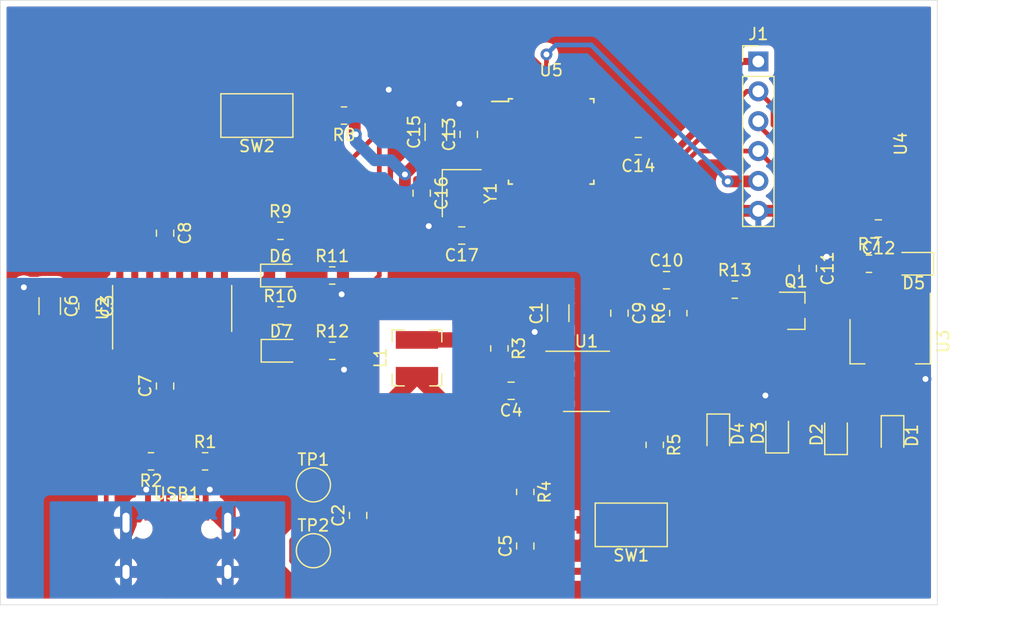
<source format=kicad_pcb>
(kicad_pcb (version 20171130) (host pcbnew "(5.1.9)-1")
  (layers (0 F.Cu signal) (31 B.Cu signal) (34 B.Paste user) (35 F.Paste user) (36 B.SilkS user) (37 F.SilkS user) (38 B.Mask user) (39 F.Mask user) (44 Edge.Cuts user))
  (net 0 "")
  (net 1 GND)
  (net 2 +5V)
  (net 3 +BATT)
  (net 4 "Net-(C4-Pad2)")
  (net 5 "Net-(C5-Pad2)")
  (net 6 "Net-(C7-Pad2)")
  (net 7 "Net-(C8-Pad2)")
  (net 8 /Reset)
  (net 9 VCC)
  (net 10 "Net-(C10-Pad2)")
  (net 11 +3V3)
  (net 12 "Net-(C14-Pad2)")
  (net 13 "Net-(C16-Pad1)")
  (net 14 "Net-(C17-Pad1)")
  (net 15 "Net-(D1-Pad2)")
  (net 16 /LED1)
  (net 17 /LED2)
  (net 18 "Net-(D5-Pad2)")
  (net 19 /CC2)
  (net 20 /CC1)
  (net 21 "Net-(L1-Pad1)")
  (net 22 "Net-(R5-Pad2)")
  (net 23 "Net-(R5-Pad1)")
  (net 24 "Net-(R9-Pad2)")
  (net 25 /TX)
  (net 26 "Net-(R10-Pad2)")
  (net 27 /RX)
  (net 28 "Net-(U2-Pad15)")
  (net 29 "Net-(U2-Pad14)")
  (net 30 "Net-(U2-Pad12)")
  (net 31 "Net-(U2-Pad11)")
  (net 32 "Net-(U2-Pad10)")
  (net 33 "Net-(U2-Pad9)")
  (net 34 "Net-(U2-Pad8)")
  (net 35 "Net-(U2-Pad7)")
  (net 36 "Net-(U2-Pad6)")
  (net 37 "Net-(U2-Pad5)")
  (net 38 "Net-(U4-Pad8)")
  (net 39 /MISO)
  (net 40 /MOSI)
  (net 41 /SCK)
  (net 42 /CSN)
  (net 43 /CE)
  (net 44 "Net-(U5-Pad32)")
  (net 45 "Net-(U5-Pad28)")
  (net 46 "Net-(U5-Pad27)")
  (net 47 "Net-(U5-Pad26)")
  (net 48 "Net-(U5-Pad25)")
  (net 49 "Net-(U5-Pad24)")
  (net 50 "Net-(U5-Pad23)")
  (net 51 "Net-(U5-Pad22)")
  (net 52 "Net-(U5-Pad19)")
  (net 53 "Net-(U5-Pad14)")
  (net 54 "Net-(U5-Pad13)")
  (net 55 "Net-(U5-Pad10)")
  (net 56 "Net-(U5-Pad9)")
  (net 57 "Net-(U5-Pad2)")
  (net 58 "Net-(U5-Pad1)")
  (net 59 "Net-(USB1-Pad3)")
  (net 60 "Net-(USB1-Pad9)")
  (net 61 "Net-(D6-Pad2)")
  (net 62 "Net-(D7-Pad2)")
  (net 63 "Net-(Q1-Pad1)")
  (module Resistor_SMD:R_0805_2012Metric (layer F.Cu) (at 173.2 101)
    (fp_text reference R13 (at 0 -1.65) (layer F.SilkS))
    (fp_text value 10k)
    (pad 2 smd roundrect (at 0.9125 0) (size 1.025 1.4) (layers F.Cu F.Paste F.Mask) (roundrect_rratio 0.2439004878048781) (net 63 "Net-(Q1-Pad1)"))
    (pad 1 smd roundrect (at -0.9125 0) (size 1.025 1.4) (layers F.Cu F.Paste F.Mask) (roundrect_rratio 0.2439004878048781) (net 9 VCC))
  )
  (module Resistor_SMD:R_0805_2012Metric (layer F.Cu) (at 139 106.2)
    (fp_text reference R12 (at 0 -1.65) (layer F.SilkS))
    (fp_text value 1k)
    (pad 2 smd roundrect (at 0.9125 0) (size 1.025 1.4) (layers F.Cu F.Paste F.Mask) (roundrect_rratio 0.2439004878048781) (net 2 +5V))
    (pad 1 smd roundrect (at -0.9125 0) (size 1.025 1.4) (layers F.Cu F.Paste F.Mask) (roundrect_rratio 0.2439004878048781) (net 62 "Net-(D7-Pad2)"))
  )
  (module Resistor_SMD:R_0805_2012Metric (layer F.Cu) (at 139 99.8)
    (fp_text reference R11 (at 0 -1.65) (layer F.SilkS))
    (fp_text value 1k)
    (pad 2 smd roundrect (at 0.9125 0) (size 1.025 1.4) (layers F.Cu F.Paste F.Mask) (roundrect_rratio 0.2439004878048781) (net 2 +5V))
    (pad 1 smd roundrect (at -0.9125 0) (size 1.025 1.4) (layers F.Cu F.Paste F.Mask) (roundrect_rratio 0.2439004878048781) (net 61 "Net-(D6-Pad2)"))
  )
  (module LED_SMD:LED_0805_2012Metric (layer F.Cu) (at 134.65 106.2)
    (fp_text reference D7 (at 0 -1.65) (layer F.SilkS))
    (fp_text value LED)
    (pad 2 smd roundrect (at 0.9375 0) (size 0.975 1.4) (layers F.Cu F.Paste F.Mask) (net 62 "Net-(D7-Pad2)"))
    (pad 1 smd roundrect (at -0.9375 0) (size 0.975 1.4) (layers F.Cu F.Paste F.Mask) (net 27 /RX))
  )
  (module LED_SMD:LED_0805_2012Metric (layer F.Cu) (at 134.6 99.8)
    (fp_text reference D6 (at 0 -1.65) (layer F.SilkS))
    (fp_text value LED)
    (pad 2 smd roundrect (at 0.9375 0) (size 0.975 1.4) (layers F.Cu F.Paste F.Mask) (net 61 "Net-(D6-Pad2)"))
    (pad 1 smd roundrect (at -0.9375 0) (size 0.975 1.4) (layers F.Cu F.Paste F.Mask) (net 25 /TX))
  )
  (module Inductor_SMD:L_Bourns-SRN4018 (layer F.Cu) (at 146.2 106.8 270)
    (fp_text reference L1 (at 0 3.1 90) (layer F.SilkS))
    (fp_text value L)
    (pad 2 smd rect (at 1.525 0 270) (size 1.5 3.6) (layers F.Cu F.Paste F.Mask) (net 3 +BATT))
    (pad 1 smd rect (at -1.525 0 270) (size 1.5 3.6) (layers F.Cu F.Paste F.Mask) (net 21 "Net-(L1-Pad1)"))
  )
  (module Crystal:Crystal_SMD_3225-4Pin_3.2x2.5mm (layer F.Cu) (at 150 92.8 270)
    (fp_text reference Y1 (at 0 -2.45 90) (layer F.SilkS))
    (fp_text value Crystal_GND24)
    (pad 4 smd rect (at -1.1 -0.85 270) (size 1.4 1.2) (layers F.Cu F.Paste F.Mask) (net 1 GND))
    (pad 3 smd rect (at 1.1 -0.85 270) (size 1.4 1.2) (layers F.Cu F.Paste F.Mask) (net 14 "Net-(C17-Pad1)"))
    (pad 2 smd rect (at 1.1 0.85 270) (size 1.4 1.2) (layers F.Cu F.Paste F.Mask) (net 1 GND))
    (pad 1 smd rect (at -1.1 0.85 270) (size 1.4 1.2) (layers F.Cu F.Paste F.Mask) (net 13 "Net-(C16-Pad1)"))
  )
  (module Type-C:HRO-TYPE-C-31-M-12 (layer F.Cu) (at 125.8 127.6)
    (fp_text reference USB1 (at 0 -9.25) (layer F.SilkS))
    (fp_text value HRO-TYPE-C-31-M-12)
    (pad 12 smd rect (at 3.225 -7.695) (size 0.6 1.45) (layers F.Cu F.Paste F.Mask) (net 1 GND))
    (pad 1 smd rect (at -3.225 -7.695) (size 0.6 1.45) (layers F.Cu F.Paste F.Mask) (net 1 GND))
    (pad 11 smd rect (at 2.45 -7.695) (size 0.6 1.45) (layers F.Cu F.Paste F.Mask) (net 2 +5V))
    (pad 2 smd rect (at -2.45 -7.695) (size 0.6 1.45) (layers F.Cu F.Paste F.Mask) (net 2 +5V))
    (pad 3 smd rect (at -1.75 -7.695) (size 0.3 1.45) (layers F.Cu F.Paste F.Mask) (net 59 "Net-(USB1-Pad3)"))
    (pad 10 smd rect (at 1.75 -7.695) (size 0.3 1.45) (layers F.Cu F.Paste F.Mask) (net 19 /CC2))
    (pad 4 smd rect (at -1.25 -7.695) (size 0.3 1.45) (layers F.Cu F.Paste F.Mask) (net 20 /CC1))
    (pad 9 smd rect (at 1.25 -7.695) (size 0.3 1.45) (layers F.Cu F.Paste F.Mask) (net 60 "Net-(USB1-Pad9)"))
    (pad 5 smd rect (at -0.75 -7.695) (size 0.3 1.45) (layers F.Cu F.Paste F.Mask) (net 36 "Net-(U2-Pad6)"))
    (pad 8 smd rect (at 0.75 -7.695) (size 0.3 1.45) (layers F.Cu F.Paste F.Mask) (net 37 "Net-(U2-Pad5)"))
    (pad 7 smd rect (at 0.25 -7.695) (size 0.3 1.45) (layers F.Cu F.Paste F.Mask) (net 36 "Net-(U2-Pad6)"))
    (pad 6 smd rect (at -0.25 -7.695) (size 0.3 1.45) (layers F.Cu F.Paste F.Mask) (net 37 "Net-(U2-Pad5)"))
    (pad "" np_thru_hole circle (at 2.89 -6.25) (size 0.65 0.65) (drill 0.65) (layers *.Cu *.Mask))
    (pad "" np_thru_hole circle (at -2.89 -6.25) (size 0.65 0.65) (drill 0.65) (layers *.Cu *.Mask))
    (pad 13 thru_hole oval (at -4.32 -6.78) (size 1 2.1) (drill oval 0.6 1.7) (layers *.Cu B.Mask) (net 1 GND))
    (pad 13 thru_hole oval (at 4.32 -6.78) (size 1 2.1) (drill oval 0.6 1.7) (layers *.Cu B.Mask) (net 1 GND))
    (pad 13 thru_hole oval (at -4.32 -2.6) (size 1 1.6) (drill oval 0.6 1.2) (layers *.Cu B.Mask) (net 1 GND))
    (pad 13 thru_hole oval (at 4.32 -2.6) (size 1 1.6) (drill oval 0.6 1.2) (layers *.Cu B.Mask) (net 1 GND))
  )
  (module Connector_PinHeader_2.54mm:PinHeader_1x06_P2.54mm_Vertical (layer F.Cu) (at 175.2 81.6)
    (fp_text reference J1 (at 0 -2.33) (layer F.SilkS))
    (fp_text value Conn_01x06)
    (pad 6 thru_hole oval (at 0 12.7) (size 1.7 1.7) (drill 1) (layers *.Cu *.Mask) (net 1 GND))
    (pad 5 thru_hole oval (at 0 10.16) (size 1.7 1.7) (drill 1) (layers *.Cu *.Mask) (net 8 /Reset))
    (pad 4 thru_hole oval (at 0 7.62) (size 1.7 1.7) (drill 1) (layers *.Cu *.Mask) (net 39 /MISO))
    (pad 3 thru_hole oval (at 0 5.08) (size 1.7 1.7) (drill 1) (layers *.Cu *.Mask) (net 40 /MOSI))
    (pad 2 thru_hole oval (at 0 2.54) (size 1.7 1.7) (drill 1) (layers *.Cu *.Mask) (net 41 /SCK))
    (pad 1 thru_hole rect (at 0 0) (size 1.7 1.7) (drill 1) (layers *.Cu *.Mask) (net 9 VCC))
  )
  (module Package_QFP:TQFP-32_7x7mm_P0.8mm (layer F.Cu) (at 157.6 88.4)
    (fp_text reference U5 (at 0 -6.05) (layer F.SilkS))
    (fp_text value ATmega328P-AU)
    (pad 32 smd rect (at -2.8 -4.25 90) (size 1.6 0.55) (layers F.Cu F.Paste F.Mask) (net 44 "Net-(U5-Pad32)"))
    (pad 31 smd rect (at -2 -4.25 90) (size 1.6 0.55) (layers F.Cu F.Paste F.Mask) (net 26 "Net-(R10-Pad2)"))
    (pad 30 smd rect (at -1.2 -4.25 90) (size 1.6 0.55) (layers F.Cu F.Paste F.Mask) (net 24 "Net-(R9-Pad2)"))
    (pad 29 smd rect (at -0.4 -4.25 90) (size 1.6 0.55) (layers F.Cu F.Paste F.Mask) (net 8 /Reset))
    (pad 28 smd rect (at 0.4 -4.25 90) (size 1.6 0.55) (layers F.Cu F.Paste F.Mask) (net 45 "Net-(U5-Pad28)"))
    (pad 27 smd rect (at 1.2 -4.25 90) (size 1.6 0.55) (layers F.Cu F.Paste F.Mask) (net 46 "Net-(U5-Pad27)"))
    (pad 26 smd rect (at 2 -4.25 90) (size 1.6 0.55) (layers F.Cu F.Paste F.Mask) (net 47 "Net-(U5-Pad26)"))
    (pad 25 smd rect (at 2.8 -4.25 90) (size 1.6 0.55) (layers F.Cu F.Paste F.Mask) (net 48 "Net-(U5-Pad25)"))
    (pad 24 smd rect (at 4.25 -2.8) (size 1.6 0.55) (layers F.Cu F.Paste F.Mask) (net 49 "Net-(U5-Pad24)"))
    (pad 23 smd rect (at 4.25 -2) (size 1.6 0.55) (layers F.Cu F.Paste F.Mask) (net 50 "Net-(U5-Pad23)"))
    (pad 22 smd rect (at 4.25 -1.2) (size 1.6 0.55) (layers F.Cu F.Paste F.Mask) (net 51 "Net-(U5-Pad22)"))
    (pad 21 smd rect (at 4.25 -0.4) (size 1.6 0.55) (layers F.Cu F.Paste F.Mask) (net 1 GND))
    (pad 20 smd rect (at 4.25 0.4) (size 1.6 0.55) (layers F.Cu F.Paste F.Mask) (net 12 "Net-(C14-Pad2)"))
    (pad 19 smd rect (at 4.25 1.2) (size 1.6 0.55) (layers F.Cu F.Paste F.Mask) (net 52 "Net-(U5-Pad19)"))
    (pad 18 smd rect (at 4.25 2) (size 1.6 0.55) (layers F.Cu F.Paste F.Mask) (net 9 VCC))
    (pad 17 smd rect (at 4.25 2.8) (size 1.6 0.55) (layers F.Cu F.Paste F.Mask) (net 41 /SCK))
    (pad 16 smd rect (at 2.8 4.25 90) (size 1.6 0.55) (layers F.Cu F.Paste F.Mask) (net 39 /MISO))
    (pad 15 smd rect (at 2 4.25 90) (size 1.6 0.55) (layers F.Cu F.Paste F.Mask) (net 40 /MOSI))
    (pad 14 smd rect (at 1.2 4.25 90) (size 1.6 0.55) (layers F.Cu F.Paste F.Mask) (net 53 "Net-(U5-Pad14)"))
    (pad 13 smd rect (at 0.4 4.25 90) (size 1.6 0.55) (layers F.Cu F.Paste F.Mask) (net 54 "Net-(U5-Pad13)"))
    (pad 12 smd rect (at -0.4 4.25 90) (size 1.6 0.55) (layers F.Cu F.Paste F.Mask) (net 42 /CSN))
    (pad 11 smd rect (at -1.2 4.25 90) (size 1.6 0.55) (layers F.Cu F.Paste F.Mask) (net 43 /CE))
    (pad 10 smd rect (at -2 4.25 90) (size 1.6 0.55) (layers F.Cu F.Paste F.Mask) (net 55 "Net-(U5-Pad10)"))
    (pad 9 smd rect (at -2.8 4.25 90) (size 1.6 0.55) (layers F.Cu F.Paste F.Mask) (net 56 "Net-(U5-Pad9)"))
    (pad 8 smd rect (at -4.25 2.8) (size 1.6 0.55) (layers F.Cu F.Paste F.Mask) (net 14 "Net-(C17-Pad1)"))
    (pad 7 smd rect (at -4.25 2) (size 1.6 0.55) (layers F.Cu F.Paste F.Mask) (net 13 "Net-(C16-Pad1)"))
    (pad 6 smd rect (at -4.25 1.2) (size 1.6 0.55) (layers F.Cu F.Paste F.Mask) (net 9 VCC))
    (pad 5 smd rect (at -4.25 0.4) (size 1.6 0.55) (layers F.Cu F.Paste F.Mask) (net 1 GND))
    (pad 4 smd rect (at -4.25 -0.4) (size 1.6 0.55) (layers F.Cu F.Paste F.Mask) (net 9 VCC))
    (pad 3 smd rect (at -4.25 -1.2) (size 1.6 0.55) (layers F.Cu F.Paste F.Mask) (net 1 GND))
    (pad 2 smd rect (at -4.25 -2) (size 1.6 0.55) (layers F.Cu F.Paste F.Mask) (net 57 "Net-(U5-Pad2)"))
    (pad 1 smd rect (at -4.25 -2.8) (size 1.6 0.55) (layers F.Cu F.Paste F.Mask) (net 58 "Net-(U5-Pad1)"))
  )
  (module nrf24l01:NRF24L01-SMD (layer F.Cu) (at 188.4 88.6 270)
    (fp_text reference U4 (at 0 1.1 90) (layer F.SilkS))
    (fp_text value NRF24L01_Breakout)
    (pad 8 smd rect (at 4.49 8.7 270) (size 1 2) (layers F.Cu F.Paste F.Mask) (net 38 "Net-(U4-Pad8)"))
    (pad 7 smd rect (at 3.22 8.7 270) (size 1 2) (layers F.Cu F.Paste F.Mask) (net 39 /MISO))
    (pad 6 smd rect (at 1.95 8.7 270) (size 1 2) (layers F.Cu F.Paste F.Mask) (net 40 /MOSI))
    (pad 5 smd rect (at 0.68 8.7 270) (size 1 2) (layers F.Cu F.Paste F.Mask) (net 41 /SCK))
    (pad 4 smd rect (at -0.59 8.7 270) (size 1 2) (layers F.Cu F.Paste F.Mask) (net 42 /CSN))
    (pad 3 smd rect (at -1.86 8.7 270) (size 1 2) (layers F.Cu F.Paste F.Mask) (net 43 /CE))
    (pad 1 smd rect (at -3.13 8.7 270) (size 1 2) (layers F.Cu F.Paste F.Mask) (net 1 GND))
    (pad 2 smd rect (at -4.4 8.7 270) (size 1 2) (layers F.Cu F.Paste F.Mask) (net 11 +3V3))
  )
  (module Package_TO_SOT_SMD:SOT-223-3_TabPin2 (layer F.Cu) (at 186.4 105.4 270)
    (fp_text reference U3 (at 0 -4.5 90) (layer F.SilkS))
    (fp_text value AMS1117-3.3)
    (pad 1 smd rect (at -3.15 -2.3 270) (size 2 1.5) (layers F.Cu F.Paste F.Mask) (net 1 GND))
    (pad 3 smd rect (at -3.15 2.3 270) (size 2 1.5) (layers F.Cu F.Paste F.Mask) (net 9 VCC))
    (pad 2 smd rect (at -3.15 0 270) (size 2 1.5) (layers F.Cu F.Paste F.Mask) (net 11 +3V3))
    (pad 2 smd rect (at 3.15 0 270) (size 2 3.8) (layers F.Cu F.Paste F.Mask) (net 11 +3V3))
  )
  (module Package_SO:SOIC-16_3.9x9.9mm_P1.27mm (layer F.Cu) (at 125.4 102.6 90)
    (fp_text reference U2 (at 0 -5.9 90) (layer F.SilkS))
    (fp_text value CH340C)
    (pad 16 smd roundrect (at 2.475 -4.445 90) (size 1.95 0.6) (layers F.Cu F.Paste F.Mask) (net 2 +5V))
    (pad 15 smd roundrect (at 2.475 -3.175 90) (size 1.95 0.6) (layers F.Cu F.Paste F.Mask) (net 28 "Net-(U2-Pad15)"))
    (pad 14 smd roundrect (at 2.475 -1.905 90) (size 1.95 0.6) (layers F.Cu F.Paste F.Mask) (net 29 "Net-(U2-Pad14)"))
    (pad 13 smd roundrect (at 2.475 -0.635 90) (size 1.95 0.6) (layers F.Cu F.Paste F.Mask) (net 7 "Net-(C8-Pad2)"))
    (pad 12 smd roundrect (at 2.475 0.635 90) (size 1.95 0.6) (layers F.Cu F.Paste F.Mask) (net 30 "Net-(U2-Pad12)"))
    (pad 11 smd roundrect (at 2.475 1.905 90) (size 1.95 0.6) (layers F.Cu F.Paste F.Mask) (net 31 "Net-(U2-Pad11)"))
    (pad 10 smd roundrect (at 2.475 3.175 90) (size 1.95 0.6) (layers F.Cu F.Paste F.Mask) (net 32 "Net-(U2-Pad10)"))
    (pad 9 smd roundrect (at 2.475 4.445 90) (size 1.95 0.6) (layers F.Cu F.Paste F.Mask) (net 33 "Net-(U2-Pad9)"))
    (pad 8 smd roundrect (at -2.475 4.445 90) (size 1.95 0.6) (layers F.Cu F.Paste F.Mask) (net 34 "Net-(U2-Pad8)"))
    (pad 7 smd roundrect (at -2.475 3.175 90) (size 1.95 0.6) (layers F.Cu F.Paste F.Mask) (net 35 "Net-(U2-Pad7)"))
    (pad 6 smd roundrect (at -2.475 1.905 90) (size 1.95 0.6) (layers F.Cu F.Paste F.Mask) (net 36 "Net-(U2-Pad6)"))
    (pad 5 smd roundrect (at -2.475 0.635 90) (size 1.95 0.6) (layers F.Cu F.Paste F.Mask) (net 37 "Net-(U2-Pad5)"))
    (pad 4 smd roundrect (at -2.475 -0.635 90) (size 1.95 0.6) (layers F.Cu F.Paste F.Mask) (net 6 "Net-(C7-Pad2)"))
    (pad 3 smd roundrect (at -2.475 -1.905 90) (size 1.95 0.6) (layers F.Cu F.Paste F.Mask) (net 27 /RX))
    (pad 2 smd roundrect (at -2.475 -3.175 90) (size 1.95 0.6) (layers F.Cu F.Paste F.Mask) (net 25 /TX))
    (pad 1 smd roundrect (at -2.475 -4.445 90) (size 1.95 0.6) (layers F.Cu F.Paste F.Mask) (net 1 GND))
  )
  (module Package_SO:SOIC-8_3.9x4.9mm_P1.27mm (layer F.Cu) (at 160.6 108.8)
    (fp_text reference U1 (at 0 -3.4) (layer F.SilkS))
    (fp_text value SY7628)
    (pad 8 smd roundrect (at 2.475 -1.905) (size 1.95 0.6) (layers F.Cu F.Paste F.Mask) (net 9 VCC))
    (pad 7 smd roundrect (at 2.475 -0.635) (size 1.95 0.6) (layers F.Cu F.Paste F.Mask) (net 17 /LED2))
    (pad 6 smd roundrect (at 2.475 0.635) (size 1.95 0.6) (layers F.Cu F.Paste F.Mask) (net 16 /LED1))
    (pad 5 smd roundrect (at 2.475 1.905) (size 1.95 0.6) (layers F.Cu F.Paste F.Mask) (net 23 "Net-(R5-Pad1)"))
    (pad 4 smd roundrect (at -2.475 1.905) (size 1.95 0.6) (layers F.Cu F.Paste F.Mask) (net 3 +BATT))
    (pad 3 smd roundrect (at -2.475 0.635) (size 1.95 0.6) (layers F.Cu F.Paste F.Mask) (net 1 GND))
    (pad 2 smd roundrect (at -2.475 -0.635) (size 1.95 0.6) (layers F.Cu F.Paste F.Mask) (net 21 "Net-(L1-Pad1)"))
    (pad 1 smd roundrect (at -2.475 -1.905) (size 1.95 0.6) (layers F.Cu F.Paste F.Mask) (net 2 +5V))
  )
  (module TestPoint:TestPoint_Pad_D2.5mm (layer F.Cu) (at 137.4 123.2)
    (fp_text reference TP2 (at 0 -2.148) (layer F.SilkS))
    (fp_text value TestPoint)
    (pad 1 smd circle (at 0 0) (size 2.5 2.5) (layers F.Cu F.Mask) (net 1 GND))
  )
  (module TestPoint:TestPoint_Pad_D2.5mm (layer F.Cu) (at 137.4 117.6)
    (fp_text reference TP1 (at 0 -2.148) (layer F.SilkS))
    (fp_text value TestPoint)
    (pad 1 smd circle (at 0 0) (size 2.5 2.5) (layers F.Cu F.Mask) (net 3 +BATT))
  )
  (module Button_Switch_SMD:SW_SPST_CK_RS282G05A3 (layer F.Cu) (at 132.6 86.2 180)
    (fp_text reference SW2 (at 0 -2.6) (layer F.SilkS))
    (fp_text value SW_Push)
    (pad 2 smd rect (at 3.9 0 180) (size 1.5 1.5) (layers F.Cu F.Paste F.Mask) (net 1 GND))
    (pad 1 smd rect (at -3.9 0 180) (size 1.5 1.5) (layers F.Cu F.Paste F.Mask) (net 8 /Reset))
  )
  (module Button_Switch_SMD:SW_SPST_CK_RS282G05A3 (layer F.Cu) (at 164.4 121 180)
    (fp_text reference SW1 (at 0 -2.6) (layer F.SilkS))
    (fp_text value SW_Push)
    (pad 2 smd rect (at 3.9 0 180) (size 1.5 1.5) (layers F.Cu F.Paste F.Mask) (net 1 GND))
    (pad 1 smd rect (at -3.9 0 180) (size 1.5 1.5) (layers F.Cu F.Paste F.Mask) (net 22 "Net-(R5-Pad2)"))
  )
  (module Resistor_SMD:R_0805_2012Metric (layer F.Cu) (at 134.6 103.2)
    (fp_text reference R10 (at 0 -1.65) (layer F.SilkS))
    (fp_text value 1k)
    (pad 2 smd roundrect (at 0.9125 0) (size 1.025 1.4) (layers F.Cu F.Paste F.Mask) (roundrect_rratio 0.2439004878048781) (net 26 "Net-(R10-Pad2)"))
    (pad 1 smd roundrect (at -0.9125 0) (size 1.025 1.4) (layers F.Cu F.Paste F.Mask) (roundrect_rratio 0.2439004878048781) (net 27 /RX))
  )
  (module Resistor_SMD:R_0805_2012Metric (layer F.Cu) (at 134.6 96)
    (fp_text reference R9 (at 0 -1.65) (layer F.SilkS))
    (fp_text value 1k)
    (pad 2 smd roundrect (at 0.9125 0) (size 1.025 1.4) (layers F.Cu F.Paste F.Mask) (roundrect_rratio 0.2439004878048781) (net 24 "Net-(R9-Pad2)"))
    (pad 1 smd roundrect (at -0.9125 0) (size 1.025 1.4) (layers F.Cu F.Paste F.Mask) (roundrect_rratio 0.2439004878048781) (net 25 /TX))
  )
  (module Resistor_SMD:R_0805_2012Metric (layer F.Cu) (at 140 86.2 180)
    (fp_text reference R8 (at 0 -1.65) (layer F.SilkS))
    (fp_text value 10k)
    (pad 2 smd roundrect (at 0.9125 0 180) (size 1.025 1.4) (layers F.Cu F.Paste F.Mask) (roundrect_rratio 0.2439004878048781) (net 8 /Reset))
    (pad 1 smd roundrect (at -0.9125 0 180) (size 1.025 1.4) (layers F.Cu F.Paste F.Mask) (roundrect_rratio 0.2439004878048781) (net 9 VCC))
  )
  (module Resistor_SMD:R_0805_2012Metric (layer F.Cu) (at 184.6 98.8)
    (fp_text reference R7 (at 0 -1.65) (layer F.SilkS))
    (fp_text value 800)
    (pad 2 smd roundrect (at 0.9125 0) (size 1.025 1.4) (layers F.Cu F.Paste F.Mask) (roundrect_rratio 0.2439004878048781) (net 18 "Net-(D5-Pad2)"))
    (pad 1 smd roundrect (at -0.9125 0) (size 1.025 1.4) (layers F.Cu F.Paste F.Mask) (roundrect_rratio 0.2439004878048781) (net 11 +3V3))
  )
  (module Resistor_SMD:R_0805_2012Metric (layer F.Cu) (at 168.4 103 90)
    (fp_text reference R6 (at 0 -1.65 90) (layer F.SilkS))
    (fp_text value 1)
    (pad 2 smd roundrect (at 0.9125 0 90) (size 1.025 1.4) (layers F.Cu F.Paste F.Mask) (roundrect_rratio 0.2439004878048781) (net 10 "Net-(C10-Pad2)"))
    (pad 1 smd roundrect (at -0.9125 0 90) (size 1.025 1.4) (layers F.Cu F.Paste F.Mask) (roundrect_rratio 0.2439004878048781) (net 9 VCC))
  )
  (module Resistor_SMD:R_0805_2012Metric (layer F.Cu) (at 166.4 114.2 270)
    (fp_text reference R5 (at 0 -1.65 90) (layer F.SilkS))
    (fp_text value 20k)
    (pad 2 smd roundrect (at 0.9125 0 270) (size 1.025 1.4) (layers F.Cu F.Paste F.Mask) (roundrect_rratio 0.2439004878048781) (net 22 "Net-(R5-Pad2)"))
    (pad 1 smd roundrect (at -0.9125 0 270) (size 1.025 1.4) (layers F.Cu F.Paste F.Mask) (roundrect_rratio 0.2439004878048781) (net 23 "Net-(R5-Pad1)"))
  )
  (module Resistor_SMD:R_0805_2012Metric (layer F.Cu) (at 155.4 118.2 270)
    (fp_text reference R4 (at 0 -1.65 90) (layer F.SilkS))
    (fp_text value 1)
    (pad 2 smd roundrect (at 0.9125 0 270) (size 1.025 1.4) (layers F.Cu F.Paste F.Mask) (roundrect_rratio 0.2439004878048781) (net 5 "Net-(C5-Pad2)"))
    (pad 1 smd roundrect (at -0.9125 0 270) (size 1.025 1.4) (layers F.Cu F.Paste F.Mask) (roundrect_rratio 0.2439004878048781) (net 3 +BATT))
  )
  (module Resistor_SMD:R_0805_2012Metric (layer F.Cu) (at 153.2 106 270)
    (fp_text reference R3 (at 0 -1.65 90) (layer F.SilkS))
    (fp_text value 0.5)
    (pad 2 smd roundrect (at 0.9125 0 270) (size 1.025 1.4) (layers F.Cu F.Paste F.Mask) (roundrect_rratio 0.2439004878048781) (net 4 "Net-(C4-Pad2)"))
    (pad 1 smd roundrect (at -0.9125 0 270) (size 1.025 1.4) (layers F.Cu F.Paste F.Mask) (roundrect_rratio 0.2439004878048781) (net 21 "Net-(L1-Pad1)"))
  )
  (module Resistor_SMD:R_0805_2012Metric (layer F.Cu) (at 123.6 115.6 180)
    (fp_text reference R2 (at 0 -1.65) (layer F.SilkS))
    (fp_text value 5.1k)
    (pad 2 smd roundrect (at 0.9125 0 180) (size 1.025 1.4) (layers F.Cu F.Paste F.Mask) (roundrect_rratio 0.2439004878048781) (net 1 GND))
    (pad 1 smd roundrect (at -0.9125 0 180) (size 1.025 1.4) (layers F.Cu F.Paste F.Mask) (roundrect_rratio 0.2439004878048781) (net 20 /CC1))
  )
  (module Resistor_SMD:R_0805_2012Metric (layer F.Cu) (at 128.2 115.6)
    (fp_text reference R1 (at 0 -1.65) (layer F.SilkS))
    (fp_text value 5.1k)
    (pad 2 smd roundrect (at 0.9125 0) (size 1.025 1.4) (layers F.Cu F.Paste F.Mask) (roundrect_rratio 0.2439004878048781) (net 1 GND))
    (pad 1 smd roundrect (at -0.9125 0) (size 1.025 1.4) (layers F.Cu F.Paste F.Mask) (roundrect_rratio 0.2439004878048781) (net 19 /CC2))
  )
  (module Package_TO_SOT_SMD:SOT-23 (layer F.Cu) (at 178.4 102.8)
    (fp_text reference Q1 (at 0 -2.5) (layer F.SilkS))
    (fp_text value Q_NPN_BEC)
    (pad 3 smd rect (at 1 0) (size 0.9 0.8) (layers F.Cu F.Paste F.Mask) (net 3 +BATT))
    (pad 2 smd rect (at -1 0.95) (size 0.9 0.8) (layers F.Cu F.Paste F.Mask) (net 15 "Net-(D1-Pad2)"))
    (pad 1 smd rect (at -1 -0.95) (size 0.9 0.8) (layers F.Cu F.Paste F.Mask) (net 63 "Net-(Q1-Pad1)"))
  )
  (module LED_SMD:LED_0805_2012Metric (layer F.Cu) (at 188.4 98.8 180)
    (fp_text reference D5 (at 0 -1.65) (layer F.SilkS))
    (fp_text value LED)
    (pad 2 smd roundrect (at 0.9375 0 180) (size 0.975 1.4) (layers F.Cu F.Paste F.Mask) (net 18 "Net-(D5-Pad2)"))
    (pad 1 smd roundrect (at -0.9375 0 180) (size 0.975 1.4) (layers F.Cu F.Paste F.Mask) (net 1 GND))
  )
  (module LED_SMD:LED_0805_2012Metric (layer F.Cu) (at 171.8 113.2625 270)
    (fp_text reference D4 (at 0 -1.65 90) (layer F.SilkS))
    (fp_text value LED)
    (pad 2 smd roundrect (at 0.9375 0 270) (size 0.975 1.4) (layers F.Cu F.Paste F.Mask) (net 16 /LED1))
    (pad 1 smd roundrect (at -0.9375 0 270) (size 0.975 1.4) (layers F.Cu F.Paste F.Mask) (net 1 GND))
  )
  (module LED_SMD:LED_0805_2012Metric (layer F.Cu) (at 176.8 113.2 90)
    (fp_text reference D3 (at 0 -1.65 90) (layer F.SilkS))
    (fp_text value LED)
    (pad 2 smd roundrect (at 0.9375 0 90) (size 0.975 1.4) (layers F.Cu F.Paste F.Mask) (net 15 "Net-(D1-Pad2)"))
    (pad 1 smd roundrect (at -0.9375 0 90) (size 0.975 1.4) (layers F.Cu F.Paste F.Mask) (net 16 /LED1))
  )
  (module LED_SMD:LED_0805_2012Metric (layer F.Cu) (at 181.8 113.3375 90)
    (fp_text reference D2 (at 0 -1.65 90) (layer F.SilkS))
    (fp_text value LED)
    (pad 2 smd roundrect (at 0.9375 0 90) (size 0.975 1.4) (layers F.Cu F.Paste F.Mask) (net 17 /LED2))
    (pad 1 smd roundrect (at -0.9375 0 90) (size 0.975 1.4) (layers F.Cu F.Paste F.Mask) (net 1 GND))
  )
  (module LED_SMD:LED_0805_2012Metric (layer F.Cu) (at 186.6 113.4 270)
    (fp_text reference D1 (at 0 -1.65 90) (layer F.SilkS))
    (fp_text value LED)
    (pad 2 smd roundrect (at 0.9375 0 270) (size 0.975 1.4) (layers F.Cu F.Paste F.Mask) (net 15 "Net-(D1-Pad2)"))
    (pad 1 smd roundrect (at -0.9375 0 270) (size 0.975 1.4) (layers F.Cu F.Paste F.Mask) (net 17 /LED2))
  )
  (module Capacitor_SMD:C_0805_2012Metric (layer F.Cu) (at 150 96.4 180)
    (fp_text reference C17 (at 0 -1.68) (layer F.SilkS))
    (fp_text value 0.1u)
    (pad 2 smd roundrect (at 0.95 0 180) (size 1 1.45) (layers F.Cu F.Paste F.Mask) (net 1 GND))
    (pad 1 smd roundrect (at -0.95 0 180) (size 1 1.45) (layers F.Cu F.Paste F.Mask) (net 14 "Net-(C17-Pad1)"))
  )
  (module Capacitor_SMD:C_0805_2012Metric (layer F.Cu) (at 146.6 92.8 270)
    (fp_text reference C16 (at 0 -1.68 90) (layer F.SilkS))
    (fp_text value 0.1u)
    (pad 2 smd roundrect (at 0.95 0 270) (size 1 1.45) (layers F.Cu F.Paste F.Mask) (net 1 GND))
    (pad 1 smd roundrect (at -0.95 0 270) (size 1 1.45) (layers F.Cu F.Paste F.Mask) (net 13 "Net-(C16-Pad1)"))
  )
  (module Capacitor_SMD:C_1206_3216Metric (layer F.Cu) (at 147.8 87.6 90)
    (fp_text reference C15 (at 0 -1.85 90) (layer F.SilkS))
    (fp_text value 10u)
    (pad 2 smd roundrect (at 1.475 0 90) (size 1.15 1.8) (layers F.Cu F.Paste F.Mask) (roundrect_rratio 0.2173904347826087) (net 1 GND))
    (pad 1 smd roundrect (at -1.475 0 90) (size 1.15 1.8) (layers F.Cu F.Paste F.Mask) (roundrect_rratio 0.2173904347826087) (net 9 VCC))
  )
  (module Capacitor_SMD:C_0805_2012Metric (layer F.Cu) (at 165 88.8 180)
    (fp_text reference C14 (at 0 -1.68) (layer F.SilkS))
    (fp_text value 0.1u)
    (pad 2 smd roundrect (at 0.95 0 180) (size 1 1.45) (layers F.Cu F.Paste F.Mask) (net 12 "Net-(C14-Pad2)"))
    (pad 1 smd roundrect (at -0.95 0 180) (size 1 1.45) (layers F.Cu F.Paste F.Mask) (net 1 GND))
  )
  (module Capacitor_SMD:C_0805_2012Metric (layer F.Cu) (at 150.6 87.8 90)
    (fp_text reference C13 (at 0 -1.68 90) (layer F.SilkS))
    (fp_text value 0.1u)
    (pad 2 smd roundrect (at 0.95 0 90) (size 1 1.45) (layers F.Cu F.Paste F.Mask) (net 1 GND))
    (pad 1 smd roundrect (at -0.95 0 90) (size 1 1.45) (layers F.Cu F.Paste F.Mask) (net 9 VCC))
  )
  (module Capacitor_SMD:C_0805_2012Metric (layer F.Cu) (at 185.4 95.8 180)
    (fp_text reference C12 (at 0 -1.68) (layer F.SilkS))
    (fp_text value 4.7u)
    (pad 2 smd roundrect (at 0.95 0 180) (size 1 1.45) (layers F.Cu F.Paste F.Mask) (net 11 +3V3))
    (pad 1 smd roundrect (at -0.95 0 180) (size 1 1.45) (layers F.Cu F.Paste F.Mask) (net 1 GND))
  )
  (module Capacitor_SMD:C_0805_2012Metric (layer F.Cu) (at 179.4 99.2 270)
    (fp_text reference C11 (at 0 -1.68 90) (layer F.SilkS))
    (fp_text value 4.7u)
    (pad 2 smd roundrect (at 0.95 0 270) (size 1 1.45) (layers F.Cu F.Paste F.Mask) (net 9 VCC))
    (pad 1 smd roundrect (at -0.95 0 270) (size 1 1.45) (layers F.Cu F.Paste F.Mask) (net 1 GND))
  )
  (module Capacitor_SMD:C_0805_2012Metric (layer F.Cu) (at 167.4 100.2)
    (fp_text reference C10 (at 0 -1.68) (layer F.SilkS))
    (fp_text value 1u)
    (pad 2 smd roundrect (at 0.95 0) (size 1 1.45) (layers F.Cu F.Paste F.Mask) (net 10 "Net-(C10-Pad2)"))
    (pad 1 smd roundrect (at -0.95 0) (size 1 1.45) (layers F.Cu F.Paste F.Mask) (net 1 GND))
  )
  (module Capacitor_SMD:C_0805_2012Metric (layer F.Cu) (at 163.4 103 270)
    (fp_text reference C9 (at 0 -1.68 90) (layer F.SilkS))
    (fp_text value 1u)
    (pad 2 smd roundrect (at 0.95 0 270) (size 1 1.45) (layers F.Cu F.Paste F.Mask) (net 9 VCC))
    (pad 1 smd roundrect (at -0.95 0 270) (size 1 1.45) (layers F.Cu F.Paste F.Mask) (net 1 GND))
  )
  (module Capacitor_SMD:C_0805_2012Metric (layer F.Cu) (at 124.8 96.2 270)
    (fp_text reference C8 (at 0 -1.68 90) (layer F.SilkS))
    (fp_text value 0.1u)
    (pad 2 smd roundrect (at 0.95 0 270) (size 1 1.45) (layers F.Cu F.Paste F.Mask) (net 7 "Net-(C8-Pad2)"))
    (pad 1 smd roundrect (at -0.95 0 270) (size 1 1.45) (layers F.Cu F.Paste F.Mask) (net 8 /Reset))
  )
  (module Capacitor_SMD:C_0805_2012Metric (layer F.Cu) (at 124.8 109.2 90)
    (fp_text reference C7 (at 0 -1.68 90) (layer F.SilkS))
    (fp_text value 0.1u)
    (pad 2 smd roundrect (at 0.95 0 90) (size 1 1.45) (layers F.Cu F.Paste F.Mask) (net 6 "Net-(C7-Pad2)"))
    (pad 1 smd roundrect (at -0.95 0 90) (size 1 1.45) (layers F.Cu F.Paste F.Mask) (net 1 GND))
  )
  (module Capacitor_SMD:C_1206_3216Metric (layer F.Cu) (at 115 102.4 270)
    (fp_text reference C6 (at 0 -1.85 90) (layer F.SilkS))
    (fp_text value 10u)
    (pad 2 smd roundrect (at 1.475 0 270) (size 1.15 1.8) (layers F.Cu F.Paste F.Mask) (roundrect_rratio 0.2173904347826087) (net 1 GND))
    (pad 1 smd roundrect (at -1.475 0 270) (size 1.15 1.8) (layers F.Cu F.Paste F.Mask) (roundrect_rratio 0.2173904347826087) (net 2 +5V))
  )
  (module Capacitor_SMD:C_0805_2012Metric (layer F.Cu) (at 155.4 122.8 90)
    (fp_text reference C5 (at 0 -1.68 90) (layer F.SilkS))
    (fp_text value 4.7u)
    (pad 2 smd roundrect (at 0.95 0 90) (size 1 1.45) (layers F.Cu F.Paste F.Mask) (net 5 "Net-(C5-Pad2)"))
    (pad 1 smd roundrect (at -0.95 0 90) (size 1 1.45) (layers F.Cu F.Paste F.Mask) (net 1 GND))
  )
  (module Capacitor_SMD:C_0805_2012Metric (layer F.Cu) (at 154.2 109.6 180)
    (fp_text reference C4 (at 0 -1.68) (layer F.SilkS))
    (fp_text value 3.3n)
    (pad 2 smd roundrect (at 0.95 0 180) (size 1 1.45) (layers F.Cu F.Paste F.Mask) (net 4 "Net-(C4-Pad2)"))
    (pad 1 smd roundrect (at -0.95 0 180) (size 1 1.45) (layers F.Cu F.Paste F.Mask) (net 1 GND))
  )
  (module Capacitor_SMD:C_0805_2012Metric (layer F.Cu) (at 118.2 102.4 270)
    (fp_text reference C3 (at 0 -1.68 90) (layer F.SilkS))
    (fp_text value 0.1u)
    (pad 2 smd roundrect (at 0.95 0 270) (size 1 1.45) (layers F.Cu F.Paste F.Mask) (net 1 GND))
    (pad 1 smd roundrect (at -0.95 0 270) (size 1 1.45) (layers F.Cu F.Paste F.Mask) (net 2 +5V))
  )
  (module Capacitor_SMD:C_0805_2012Metric (layer F.Cu) (at 141.2 120.2 90)
    (fp_text reference C2 (at 0 -1.68 90) (layer F.SilkS))
    (fp_text value 4.7u)
    (pad 2 smd roundrect (at 0.95 0 90) (size 1 1.45) (layers F.Cu F.Paste F.Mask) (net 3 +BATT))
    (pad 1 smd roundrect (at -0.95 0 90) (size 1 1.45) (layers F.Cu F.Paste F.Mask) (net 1 GND))
  )
  (module Capacitor_SMD:C_1206_3216Metric (layer F.Cu) (at 158.2 103 90)
    (fp_text reference C1 (at 0 -1.85 90) (layer F.SilkS))
    (fp_text value 10u)
    (pad 2 smd roundrect (at 1.475 0 90) (size 1.15 1.8) (layers F.Cu F.Paste F.Mask) (roundrect_rratio 0.2173904347826087) (net 1 GND))
    (pad 1 smd roundrect (at -1.475 0 90) (size 1.15 1.8) (layers F.Cu F.Paste F.Mask) (roundrect_rratio 0.2173904347826087) (net 2 +5V))
  )
  (gr_line (start 110.8 127.8) (end 110.8 76.4) (layer Edge.Cuts) (width 0.05))
  (gr_line (start 190.4 127.8) (end 110.8 127.8) (layer Edge.Cuts) (width 0.05))
  (gr_line (start 190.4 76.4) (end 190.4 127.8) (layer Edge.Cuts) (width 0.05))
  (gr_line (start 110.8 76.4) (end 190.4 76.4) (layer Edge.Cuts) (width 0.05))
  (via (at 147.2 95.6) (size 1) (drill 0.5) (layers F.Cu B.Cu) (net 1))
  (via (at 149.8 85.2) (size 1) (drill 0.5) (layers F.Cu B.Cu) (net 1))
  (via (at 143.8 84) (size 1) (drill 0.5) (layers F.Cu B.Cu) (net 1))
  (segment (start 149.15 93.579998) (end 149.15 93.9) (width 0.4) (layer F.Cu) (net 1))
  (segment (start 150.85 91.879998) (end 149.15 93.579998) (width 0.4) (layer F.Cu) (net 1))
  (segment (start 150.85 91.7) (end 150.85 91.879998) (width 0.4) (layer F.Cu) (net 1))
  (via (at 175.8 110) (size 1) (drill 0.5) (layers F.Cu B.Cu) (net 1))
  (via (at 189.4 108.6) (size 1) (drill 0.5) (layers F.Cu B.Cu) (net 1))
  (segment (start 160.65 88) (end 161.85 88) (width 0.4) (layer F.Cu) (net 1))
  (segment (start 159.85 87.2) (end 160.65 88) (width 0.4) (layer F.Cu) (net 1))
  (segment (start 153.35 87.2) (end 159.85 87.2) (width 0.4) (layer F.Cu) (net 1))
  (segment (start 153.35 87.2) (end 152.2 87.2) (width 0.4) (layer F.Cu) (net 1))
  (segment (start 152.2 87.2) (end 152 87.4) (width 0.4) (layer F.Cu) (net 1))
  (segment (start 152.354998 88.8) (end 153.35 88.8) (width 0.4) (layer F.Cu) (net 1))
  (segment (start 152 88.445002) (end 152.354998 88.8) (width 0.4) (layer F.Cu) (net 1))
  (segment (start 152 87.4) (end 152 88.445002) (width 0.4) (layer F.Cu) (net 1))
  (segment (start 151.85 86.85) (end 152.2 87.2) (width 0.6) (layer F.Cu) (net 1))
  (segment (start 150.6 86.85) (end 151.85 86.85) (width 0.6) (layer F.Cu) (net 1))
  (segment (start 130.12 120.82) (end 130.12 120.52) (width 1) (layer F.Cu) (net 1))
  (segment (start 121.39999 120.73999) (end 121.48 120.82) (width 0.6) (layer F.Cu) (net 1))
  (segment (start 121.39999 116.88751) (end 121.39999 120.73999) (width 0.6) (layer F.Cu) (net 1))
  (segment (start 122.6875 115.6) (end 121.39999 116.88751) (width 0.6) (layer F.Cu) (net 1))
  (via (at 181 98.2) (size 1) (drill 0.5) (layers F.Cu B.Cu) (net 1))
  (segment (start 180.95 98.25) (end 181 98.2) (width 0.6) (layer F.Cu) (net 1))
  (segment (start 179.4 98.25) (end 180.95 98.25) (width 0.6) (layer F.Cu) (net 1))
  (via (at 112.8 100.8) (size 1) (drill 0.5) (layers F.Cu B.Cu) (net 2))
  (segment (start 117.675 100.925) (end 118.2 101.45) (width 0.7) (layer F.Cu) (net 2))
  (segment (start 115 100.925) (end 117.675 100.925) (width 0.7) (layer F.Cu) (net 2))
  (segment (start 119.63 101.45) (end 120.955 100.125) (width 0.7) (layer F.Cu) (net 2))
  (segment (start 118.2 101.45) (end 119.63 101.45) (width 0.7) (layer F.Cu) (net 2))
  (segment (start 158.2 104.475) (end 158.2 106.4) (width 1.3) (layer F.Cu) (net 2))
  (segment (start 158.2 106.82) (end 158.125 106.895) (width 0.3) (layer F.Cu) (net 2))
  (segment (start 158.2 106.4) (end 158.2 106.82) (width 0.3) (layer F.Cu) (net 2))
  (segment (start 112.925 100.925) (end 112.8 100.8) (width 1) (layer F.Cu) (net 2))
  (segment (start 115 100.925) (end 112.925 100.925) (width 1) (layer F.Cu) (net 2))
  (via (at 139.8 101.4) (size 1) (drill 0.5) (layers F.Cu B.Cu) (net 2))
  (via (at 140 107.8) (size 1) (drill 0.5) (layers F.Cu B.Cu) (net 2))
  (via (at 156.2 104.6) (size 1) (drill 0.5) (layers F.Cu B.Cu) (net 2))
  (segment (start 139.9125 101.2875) (end 139.8 101.4) (width 1) (layer F.Cu) (net 2))
  (segment (start 139.9125 99.8) (end 139.9125 101.2875) (width 1) (layer F.Cu) (net 2))
  (segment (start 139.9125 107.7125) (end 140 107.8) (width 1) (layer F.Cu) (net 2))
  (segment (start 139.9125 106.2) (end 139.9125 107.7125) (width 1) (layer F.Cu) (net 2))
  (segment (start 156.325 104.475) (end 156.2 104.6) (width 1) (layer F.Cu) (net 2))
  (segment (start 158.2 104.475) (end 156.325 104.475) (width 1) (layer F.Cu) (net 2))
  (segment (start 123.35 119.905) (end 123.35 118.149996) (width 0.5) (layer F.Cu) (net 2))
  (via (at 123.200004 118) (size 1) (drill 0.5) (layers F.Cu B.Cu) (net 2))
  (segment (start 123.35 118.149996) (end 123.200004 118) (width 0.5) (layer F.Cu) (net 2))
  (via (at 128.599999 118.000001) (size 1) (drill 0.5) (layers F.Cu B.Cu) (net 2))
  (segment (start 128.25 118.35) (end 128.599999 118.000001) (width 0.5) (layer F.Cu) (net 2))
  (segment (start 128.25 119.905) (end 128.25 118.35) (width 0.5) (layer F.Cu) (net 2))
  (segment (start 139.55 117.6) (end 141.2 119.25) (width 1.3) (layer F.Cu) (net 3))
  (segment (start 137.4 117.6) (end 139.55 117.6) (width 1.3) (layer F.Cu) (net 3))
  (segment (start 141.2 113.325) (end 146.2 108.325) (width 1.3) (layer F.Cu) (net 3))
  (segment (start 141.2 119.25) (end 141.2 113.325) (width 1.3) (layer F.Cu) (net 3))
  (segment (start 149.05001 111.17501) (end 156.77501 111.17501) (width 1.3) (layer F.Cu) (net 3))
  (segment (start 146.2 108.325) (end 149.05001 111.17501) (width 1.3) (layer F.Cu) (net 3))
  (segment (start 156.77501 111.17501) (end 156.77501 111.02499) (width 0.5) (layer F.Cu) (net 3))
  (segment (start 157.095 110.705) (end 158.125 110.705) (width 0.5) (layer F.Cu) (net 3))
  (segment (start 156.77501 111.02499) (end 157.095 110.705) (width 0.5) (layer F.Cu) (net 3))
  (segment (start 155.4 113.6) (end 155.4 117.2875) (width 1.3) (layer F.Cu) (net 3))
  (segment (start 155.4 112.4) (end 155.4 113.6) (width 1.3) (layer F.Cu) (net 3))
  (segment (start 156.77501 111.02499) (end 155.4 112.4) (width 1.3) (layer F.Cu) (net 3))
  (segment (start 179.4 105.350002) (end 179.4 102.8) (width 0.6) (layer F.Cu) (net 3))
  (segment (start 184.099999 110.050001) (end 179.4 105.350002) (width 0.6) (layer F.Cu) (net 3))
  (segment (start 187.070723 110.050001) (end 184.099999 110.050001) (width 0.6) (layer F.Cu) (net 3))
  (segment (start 188.60002 111.579298) (end 187.070723 110.050001) (width 0.6) (layer F.Cu) (net 3))
  (segment (start 188.60002 114.089318) (end 188.60002 111.579298) (width 0.6) (layer F.Cu) (net 3))
  (segment (start 177.739337 124.950001) (end 188.60002 114.089318) (width 0.6) (layer F.Cu) (net 3))
  (segment (start 136.559999 124.950001) (end 177.739337 124.950001) (width 0.6) (layer F.Cu) (net 3))
  (segment (start 135.649999 124.040001) (end 136.559999 124.950001) (width 0.6) (layer F.Cu) (net 3))
  (segment (start 135.649999 122.359999) (end 135.649999 124.040001) (width 0.6) (layer F.Cu) (net 3))
  (segment (start 137.4 120.609998) (end 135.649999 122.359999) (width 0.6) (layer F.Cu) (net 3))
  (segment (start 137.4 117.6) (end 137.4 120.609998) (width 0.6) (layer F.Cu) (net 3))
  (segment (start 153.2 109.55) (end 153.25 109.6) (width 1.1) (layer F.Cu) (net 4))
  (segment (start 153.2 106.9125) (end 153.2 109.55) (width 1.1) (layer F.Cu) (net 4))
  (segment (start 155.4 119.1125) (end 155.4 121.85) (width 1.3) (layer F.Cu) (net 5))
  (segment (start 124.8 105.11) (end 124.765 105.075) (width 0.4) (layer F.Cu) (net 6))
  (segment (start 124.8 108.25) (end 124.8 105.11) (width 0.4) (layer F.Cu) (net 6))
  (segment (start 124.765 97.185) (end 124.8 97.15) (width 0.7) (layer F.Cu) (net 7))
  (segment (start 124.765 100.125) (end 124.765 97.185) (width 0.7) (layer F.Cu) (net 7))
  (via (at 157.2 81) (size 1) (drill 0.5) (layers F.Cu B.Cu) (net 8))
  (via (at 172.6 91.8) (size 1) (drill 0.5) (layers F.Cu B.Cu) (net 8))
  (segment (start 127.45 95.25) (end 136.5 86.2) (width 0.7) (layer F.Cu) (net 8))
  (segment (start 124.8 95.25) (end 127.45 95.25) (width 0.7) (layer F.Cu) (net 8))
  (segment (start 139.0875 86.2) (end 136.5 86.2) (width 0.7) (layer F.Cu) (net 8))
  (segment (start 139.0875 85.5) (end 139.0875 86.2) (width 0.4) (layer F.Cu) (net 8))
  (segment (start 155.519576 80.799989) (end 143.787511 80.799989) (width 0.4) (layer F.Cu) (net 8))
  (segment (start 157.2 84.15) (end 157.2 82.480413) (width 0.4) (layer F.Cu) (net 8))
  (segment (start 157.2 82.480413) (end 155.519576 80.799989) (width 0.4) (layer F.Cu) (net 8))
  (segment (start 143.787511 80.799989) (end 139.0875 85.5) (width 0.4) (layer F.Cu) (net 8))
  (segment (start 175.16 91.8) (end 175.2 91.76) (width 1) (layer F.Cu) (net 8))
  (segment (start 172.6 91.8) (end 175.16 91.8) (width 1) (layer F.Cu) (net 8))
  (segment (start 157.2 81) (end 157.2 82.480413) (width 0.4) (layer F.Cu) (net 8))
  (segment (start 161 80.2) (end 172.6 91.8) (width 0.4) (layer B.Cu) (net 8))
  (segment (start 158 80.2) (end 161 80.2) (width 0.4) (layer B.Cu) (net 8))
  (segment (start 157.2 81) (end 158 80.2) (width 0.4) (layer B.Cu) (net 8))
  (via (at 141 87.8) (size 1) (drill 0.5) (layers F.Cu B.Cu) (net 9))
  (segment (start 163.075 106.895) (end 163.075 106.725) (width 0.6) (layer F.Cu) (net 9))
  (segment (start 163.4 103.95) (end 163.4 106) (width 1.3) (layer F.Cu) (net 9))
  (segment (start 163.4 106.4) (end 163.075 106.725) (width 0.9) (layer F.Cu) (net 9))
  (segment (start 163.4 106) (end 163.4 106.4) (width 0.9) (layer F.Cu) (net 9))
  (segment (start 168.3625 103.95) (end 168.4 103.9125) (width 1.3) (layer F.Cu) (net 9))
  (segment (start 163.4 103.95) (end 168.3625 103.95) (width 1.3) (layer F.Cu) (net 9))
  (segment (start 169.375 103.9125) (end 168.4 103.9125) (width 1.3) (layer F.Cu) (net 9))
  (segment (start 172.2875 101) (end 169.375 103.9125) (width 1.3) (layer F.Cu) (net 9))
  (segment (start 178.84999 99.59999) (end 179.4 100.15) (width 1) (layer F.Cu) (net 9))
  (segment (start 172.98751 99.59999) (end 178.84999 99.59999) (width 1) (layer F.Cu) (net 9))
  (segment (start 172.2875 100.3) (end 172.98751 99.59999) (width 1) (layer F.Cu) (net 9))
  (segment (start 172.2875 101) (end 172.2875 100.3) (width 1) (layer F.Cu) (net 9))
  (segment (start 182 100.15) (end 184.1 102.25) (width 1) (layer F.Cu) (net 9))
  (segment (start 179.4 100.15) (end 182 100.15) (width 1) (layer F.Cu) (net 9))
  (segment (start 154.345002 89.6) (end 153.35 89.6) (width 0.4) (layer F.Cu) (net 9))
  (segment (start 155 88.945002) (end 154.345002 89.6) (width 0.4) (layer F.Cu) (net 9))
  (segment (start 155 88.654998) (end 155 88.945002) (width 0.4) (layer F.Cu) (net 9))
  (segment (start 154.345002 88) (end 155 88.654998) (width 0.4) (layer F.Cu) (net 9))
  (segment (start 153.35 88) (end 154.345002 88) (width 0.4) (layer F.Cu) (net 9))
  (segment (start 160.4 90.4) (end 161.85 90.4) (width 0.4) (layer F.Cu) (net 9))
  (segment (start 158.8 88.8) (end 160.4 90.4) (width 0.4) (layer F.Cu) (net 9))
  (segment (start 155.145002 88.8) (end 158.8 88.8) (width 0.4) (layer F.Cu) (net 9))
  (segment (start 155 88.654998) (end 155.145002 88.8) (width 0.4) (layer F.Cu) (net 9))
  (segment (start 151.45 89.6) (end 153.35 89.6) (width 0.4) (layer F.Cu) (net 9))
  (segment (start 150.6 88.75) (end 151.45 89.6) (width 0.4) (layer F.Cu) (net 9))
  (segment (start 150.55 88.8) (end 150.6 88.75) (width 1) (layer F.Cu) (net 9))
  (segment (start 148.075 88.8) (end 150.55 88.8) (width 1) (layer F.Cu) (net 9))
  (segment (start 147.8 89.075) (end 148.075 88.8) (width 1) (layer F.Cu) (net 9))
  (segment (start 145.17499 91.20649) (end 145.17499 91.20649) (width 1) (layer F.Cu) (net 9))
  (segment (start 147.30648 89.075) (end 147.8 89.075) (width 1) (layer F.Cu) (net 9))
  (segment (start 145.17499 95.97499) (end 145.17499 91.20649) (width 1) (layer F.Cu) (net 9))
  (segment (start 147.2 98) (end 145.17499 95.97499) (width 1) (layer F.Cu) (net 9))
  (segment (start 169.2875 98) (end 147.2 98) (width 1) (layer F.Cu) (net 9))
  (segment (start 172.2875 101) (end 169.2875 98) (width 1) (layer F.Cu) (net 9))
  (segment (start 161.85 90.4) (end 163.4 90.4) (width 0.4) (layer F.Cu) (net 9))
  (segment (start 166.961493 90.4) (end 163.4 90.4) (width 0.6) (layer F.Cu) (net 9))
  (segment (start 172.8 84.561493) (end 166.961493 90.4) (width 0.6) (layer F.Cu) (net 9))
  (segment (start 172.8 82.6) (end 172.8 84.561493) (width 0.6) (layer F.Cu) (net 9))
  (segment (start 173.8 81.6) (end 172.8 82.6) (width 0.6) (layer F.Cu) (net 9))
  (segment (start 175.2 81.6) (end 173.8 81.6) (width 0.6) (layer F.Cu) (net 9))
  (segment (start 145.17499 91.20649) (end 147.30648 89.075) (width 1) (layer F.Cu) (net 9))
  (via (at 145.17499 91.20649) (size 1) (drill 0.5) (layers F.Cu B.Cu) (net 9))
  (segment (start 140.9125 87.7125) (end 141 87.8) (width 1) (layer F.Cu) (net 9))
  (segment (start 140.9125 86.2) (end 140.9125 87.7125) (width 1) (layer F.Cu) (net 9))
  (segment (start 143.9685 90) (end 145.17499 91.20649) (width 1) (layer B.Cu) (net 9))
  (segment (start 142.6 90) (end 143.9685 90) (width 1) (layer B.Cu) (net 9))
  (segment (start 141 88.4) (end 142.6 90) (width 1) (layer B.Cu) (net 9))
  (segment (start 141 87.8) (end 141 88.4) (width 1) (layer B.Cu) (net 9))
  (segment (start 168.4 100.25) (end 168.35 100.2) (width 0.8) (layer F.Cu) (net 10))
  (segment (start 168.4 102.0875) (end 168.4 100.25) (width 0.8) (layer F.Cu) (net 10))
  (segment (start 186.4 108.55) (end 186.4 102.25) (width 1) (layer F.Cu) (net 11))
  (segment (start 185.550001 101.400001) (end 186.4 102.25) (width 1) (layer F.Cu) (net 11))
  (segment (start 185.550001 100.689999) (end 185.550001 101.400001) (width 1) (layer F.Cu) (net 11))
  (segment (start 185.060012 100.20001) (end 185.550001 100.689999) (width 1) (layer F.Cu) (net 11))
  (segment (start 184.29999 99.64351) (end 184.85649 100.20001) (width 1) (layer F.Cu) (net 11))
  (segment (start 184.29999 99.439988) (end 184.29999 99.64351) (width 1) (layer F.Cu) (net 11))
  (segment (start 184.85649 100.20001) (end 185.060012 100.20001) (width 1) (layer F.Cu) (net 11))
  (segment (start 183.6875 98.827498) (end 184.29999 99.439988) (width 1) (layer F.Cu) (net 11))
  (segment (start 183.6875 98.8) (end 183.6875 98.827498) (width 1) (layer F.Cu) (net 11))
  (segment (start 183.6875 96.5625) (end 184.45 95.8) (width 1.2) (layer F.Cu) (net 11))
  (segment (start 183.6875 98.8) (end 183.6875 96.5625) (width 1.2) (layer F.Cu) (net 11))
  (segment (start 181.340001 84.169999) (end 179.7 84.169999) (width 1.2) (layer F.Cu) (net 11))
  (segment (start 183.8 86.629998) (end 181.340001 84.169999) (width 1.2) (layer F.Cu) (net 11))
  (segment (start 183.8 95.15) (end 183.8 86.629998) (width 1.2) (layer F.Cu) (net 11))
  (segment (start 184.45 95.8) (end 183.8 95.15) (width 1.2) (layer F.Cu) (net 11))
  (segment (start 183.8 95.86277) (end 183.8 95.15) (width 1.2) (layer F.Cu) (net 11))
  (segment (start 183.6875 95.97527) (end 183.8 95.86277) (width 1.2) (layer F.Cu) (net 11))
  (segment (start 183.6875 96.5625) (end 183.6875 95.97527) (width 1.2) (layer F.Cu) (net 11))
  (segment (start 161.85 88.8) (end 164.05 88.8) (width 0.4) (layer F.Cu) (net 12))
  (segment (start 150.129998 90.4) (end 153.35 90.4) (width 0.4) (layer F.Cu) (net 13))
  (segment (start 149.15 91.379998) (end 150.129998 90.4) (width 0.4) (layer F.Cu) (net 13))
  (segment (start 149.15 91.7) (end 149.15 91.379998) (width 0.4) (layer F.Cu) (net 13))
  (segment (start 149 91.85) (end 149.15 91.7) (width 1) (layer F.Cu) (net 13))
  (segment (start 146.6 91.85) (end 149 91.85) (width 1) (layer F.Cu) (net 13))
  (segment (start 152.2 92.55) (end 150.85 93.9) (width 0.4) (layer F.Cu) (net 14))
  (segment (start 152.2 91.6) (end 152.2 92.55) (width 0.4) (layer F.Cu) (net 14))
  (segment (start 152.6 91.2) (end 152.2 91.6) (width 0.4) (layer F.Cu) (net 14))
  (segment (start 153.35 91.2) (end 152.6 91.2) (width 0.4) (layer F.Cu) (net 14))
  (segment (start 150.95 94) (end 150.85 93.9) (width 1) (layer F.Cu) (net 14))
  (segment (start 150.95 96.4) (end 150.95 94) (width 1) (layer F.Cu) (net 14))
  (segment (start 177.4 103.75) (end 177.4 106.868616) (width 0.6) (layer F.Cu) (net 15))
  (segment (start 187.80001 113.13749) (end 186.6 114.3375) (width 0.6) (layer F.Cu) (net 15))
  (segment (start 187.80001 111.910672) (end 187.80001 113.13749) (width 0.6) (layer F.Cu) (net 15))
  (segment (start 187.301828 111.41249) (end 187.80001 111.910672) (width 0.6) (layer F.Cu) (net 15))
  (segment (start 181.943874 111.41249) (end 187.301828 111.41249) (width 0.6) (layer F.Cu) (net 15))
  (segment (start 177.4 106.868616) (end 181.943874 111.41249) (width 0.6) (layer F.Cu) (net 15))
  (segment (start 179.80001 115.26251) (end 176.8 112.2625) (width 0.6) (layer F.Cu) (net 15))
  (segment (start 185.67499 115.26251) (end 179.80001 115.26251) (width 0.6) (layer F.Cu) (net 15))
  (segment (start 186.6 114.3375) (end 185.67499 115.26251) (width 0.6) (layer F.Cu) (net 15))
  (segment (start 176.7375 114.2) (end 176.8 114.1375) (width 1) (layer F.Cu) (net 16))
  (segment (start 171.8 114.2) (end 176.7375 114.2) (width 1) (layer F.Cu) (net 16))
  (segment (start 169.085678 114.2) (end 171.8 114.2) (width 0.6) (layer F.Cu) (net 16))
  (segment (start 164.320678 109.435) (end 169.085678 114.2) (width 0.6) (layer F.Cu) (net 16))
  (segment (start 163.075 109.435) (end 164.320678 109.435) (width 0.6) (layer F.Cu) (net 16))
  (segment (start 177.565 108.165) (end 181.8 112.4) (width 0.6) (layer F.Cu) (net 17))
  (segment (start 163.075 108.165) (end 177.565 108.165) (width 0.6) (layer F.Cu) (net 17))
  (segment (start 186.5375 112.4) (end 186.6 112.4625) (width 0.6) (layer F.Cu) (net 17))
  (segment (start 181.8 112.4) (end 186.5375 112.4) (width 0.6) (layer F.Cu) (net 17))
  (segment (start 185.5125 98.8) (end 187.4625 98.8) (width 1) (layer F.Cu) (net 18))
  (segment (start 127.55 115.8625) (end 127.2875 115.6) (width 0.3) (layer F.Cu) (net 19))
  (segment (start 127.55 119.905) (end 127.55 115.8625) (width 0.3) (layer F.Cu) (net 19))
  (segment (start 124.55 115.6375) (end 124.5125 115.6) (width 0.3) (layer F.Cu) (net 20))
  (segment (start 124.55 119.905) (end 124.55 115.6375) (width 0.3) (layer F.Cu) (net 20))
  (segment (start 158.125 108.165) (end 156.965 108.165) (width 0.6) (layer F.Cu) (net 21))
  (segment (start 156.2 107.4) (end 156.7 107.9) (width 1) (layer F.Cu) (net 21))
  (segment (start 156.965 108.165) (end 156.7 107.9) (width 0.6) (layer F.Cu) (net 21))
  (segment (start 153.0125 105.275) (end 153.2 105.0875) (width 1.3) (layer F.Cu) (net 21))
  (segment (start 146.2 105.275) (end 153.0125 105.275) (width 1.3) (layer F.Cu) (net 21))
  (segment (start 153.8875 105.0875) (end 156.2 107.4) (width 1.3) (layer F.Cu) (net 21))
  (segment (start 153.2 105.0875) (end 153.8875 105.0875) (width 1.3) (layer F.Cu) (net 21))
  (segment (start 166.4 119.1) (end 168.3 121) (width 1.3) (layer F.Cu) (net 22))
  (segment (start 166.4 115.1125) (end 166.4 119.1) (width 1.3) (layer F.Cu) (net 22))
  (segment (start 163.8175 110.705) (end 166.4 113.2875) (width 0.6) (layer F.Cu) (net 23))
  (segment (start 163.075 110.705) (end 163.8175 110.705) (width 0.6) (layer F.Cu) (net 23))
  (segment (start 156.4 82.528956) (end 155.271033 81.399989) (width 0.4) (layer F.Cu) (net 24))
  (segment (start 156.4 84.15) (end 156.4 82.528956) (width 0.4) (layer F.Cu) (net 24))
  (segment (start 155.271033 81.399989) (end 149.151468 81.399989) (width 0.4) (layer F.Cu) (net 24))
  (segment (start 149.151468 81.399989) (end 135.5125 95.038957) (width 0.4) (layer F.Cu) (net 24))
  (segment (start 135.5125 95.038957) (end 135.5125 95.3) (width 0.4) (layer F.Cu) (net 24))
  (segment (start 135.5125 95.3) (end 135.5125 96) (width 0.4) (layer F.Cu) (net 24))
  (segment (start 133.6625 96.025) (end 133.6875 96) (width 0.6) (layer F.Cu) (net 25))
  (segment (start 133.6625 99.8) (end 133.6625 96.025) (width 0.6) (layer F.Cu) (net 25))
  (segment (start 122.225 105.075) (end 122.225 104.1) (width 0.7) (layer F.Cu) (net 25))
  (segment (start 122.225 104.1) (end 124.225011 102.099989) (width 0.7) (layer F.Cu) (net 25))
  (segment (start 124.225011 102.099989) (end 131.362511 102.099989) (width 0.7) (layer F.Cu) (net 25))
  (segment (start 131.362511 102.099989) (end 133.6625 99.8) (width 0.7) (layer F.Cu) (net 25))
  (segment (start 139.6 103.2) (end 135.5125 103.2) (width 0.4) (layer F.Cu) (net 26))
  (segment (start 143 99.8) (end 139.6 103.2) (width 0.4) (layer F.Cu) (net 26))
  (segment (start 143 88.4) (end 143 99.8) (width 0.4) (layer F.Cu) (net 26))
  (segment (start 149.4 82) (end 143 88.4) (width 0.4) (layer F.Cu) (net 26))
  (segment (start 155.022501 82) (end 149.4 82) (width 0.4) (layer F.Cu) (net 26))
  (segment (start 155.6 82.577499) (end 155.022501 82) (width 0.4) (layer F.Cu) (net 26))
  (segment (start 155.6 84.15) (end 155.6 82.577499) (width 0.4) (layer F.Cu) (net 26))
  (segment (start 123.495 104.380034) (end 124.875034 103) (width 0.7) (layer F.Cu) (net 27))
  (segment (start 123.495 105.075) (end 123.495 104.380034) (width 0.7) (layer F.Cu) (net 27))
  (segment (start 130.5125 103) (end 133.7125 106.2) (width 0.6) (layer F.Cu) (net 27))
  (segment (start 124.875034 103) (end 130.5125 103) (width 0.6) (layer F.Cu) (net 27))
  (segment (start 133.4875 103) (end 133.6875 103.2) (width 0.6) (layer F.Cu) (net 27))
  (segment (start 130.5125 103) (end 133.4875 103) (width 0.6) (layer F.Cu) (net 27))
  (segment (start 125.8 118.2) (end 126.05 118.45) (width 0.3) (layer F.Cu) (net 36))
  (segment (start 126.05 118.45) (end 126.05 119.905) (width 0.3) (layer F.Cu) (net 36))
  (segment (start 125.4 118.2) (end 125.8 118.2) (width 0.3) (layer F.Cu) (net 36))
  (segment (start 125.05 118.55) (end 125.4 118.2) (width 0.3) (layer F.Cu) (net 36))
  (segment (start 125.05 119.905) (end 125.05 118.55) (width 0.3) (layer F.Cu) (net 36))
  (segment (start 127 110.8) (end 127 106.355) (width 0.4) (layer F.Cu) (net 36))
  (segment (start 125.6 112.2) (end 127 110.8) (width 0.4) (layer F.Cu) (net 36))
  (segment (start 127.305 106.05) (end 127.305 105.075) (width 0.4) (layer F.Cu) (net 36))
  (segment (start 127 106.355) (end 127.305 106.05) (width 0.4) (layer F.Cu) (net 36))
  (segment (start 125.6 118) (end 125.6 112.2) (width 0.4) (layer F.Cu) (net 36))
  (segment (start 125.8 118.2) (end 125.6 118) (width 0.4) (layer F.Cu) (net 36))
  (segment (start 126.55 121.25) (end 126.55 119.905) (width 0.3) (layer F.Cu) (net 37))
  (segment (start 126.2 121.6) (end 126.55 121.25) (width 0.3) (layer F.Cu) (net 37))
  (segment (start 125.95 121.6) (end 126.2 121.6) (width 0.3) (layer F.Cu) (net 37))
  (segment (start 125.55 121.2) (end 125.95 121.6) (width 0.3) (layer F.Cu) (net 37))
  (segment (start 125.55 119.905) (end 125.55 121.2) (width 0.3) (layer F.Cu) (net 37))
  (segment (start 126.035 106.165) (end 126.035 105.075) (width 0.4) (layer F.Cu) (net 37))
  (segment (start 126 106.2) (end 126.035 106.165) (width 0.4) (layer F.Cu) (net 37))
  (segment (start 126.4 106.6) (end 126 106.2) (width 0.4) (layer F.Cu) (net 37))
  (segment (start 119.8 116.855744) (end 126.4 110.255744) (width 0.4) (layer F.Cu) (net 37))
  (segment (start 119.8 125.6) (end 119.8 116.855744) (width 0.4) (layer F.Cu) (net 37))
  (segment (start 121 126.8) (end 119.8 125.6) (width 0.4) (layer F.Cu) (net 37))
  (segment (start 126.4 110.255744) (end 126.4 106.6) (width 0.4) (layer F.Cu) (net 37))
  (segment (start 123.8 126.8) (end 121 126.8) (width 0.4) (layer F.Cu) (net 37))
  (segment (start 126.2 124.4) (end 123.8 126.8) (width 0.4) (layer F.Cu) (net 37))
  (segment (start 126.2 121.6) (end 126.2 124.4) (width 0.4) (layer F.Cu) (net 37))
  (segment (start 177.8 91.82) (end 179.7 91.82) (width 0.4) (layer F.Cu) (net 39))
  (segment (start 175.2 89.22) (end 177.8 91.82) (width 0.4) (layer F.Cu) (net 39))
  (segment (start 162.970001 91.875001) (end 163.045002 91.8) (width 0.4) (layer F.Cu) (net 39))
  (segment (start 161.174999 91.875001) (end 162.970001 91.875001) (width 0.4) (layer F.Cu) (net 39))
  (segment (start 160.4 92.65) (end 161.174999 91.875001) (width 0.4) (layer F.Cu) (net 39))
  (segment (start 167.4 91.8) (end 169.98 89.22) (width 0.4) (layer F.Cu) (net 39))
  (segment (start 169.98 89.22) (end 175.2 89.22) (width 0.4) (layer F.Cu) (net 39))
  (segment (start 163.045002 91.8) (end 167.4 91.8) (width 0.4) (layer F.Cu) (net 39))
  (segment (start 178.749998 90.55) (end 175.2 87.000002) (width 0.4) (layer F.Cu) (net 40))
  (segment (start 175.2 87.000002) (end 175.2 86.68) (width 0.4) (layer F.Cu) (net 40))
  (segment (start 179.7 90.55) (end 178.749998 90.55) (width 0.4) (layer F.Cu) (net 40))
  (segment (start 181.1 90.55) (end 179.7 90.55) (width 0.4) (layer F.Cu) (net 40))
  (segment (start 159.6 94.6) (end 160.899967 95.899967) (width 0.4) (layer F.Cu) (net 40))
  (segment (start 181.599978 91.049978) (end 181.1 90.55) (width 0.4) (layer F.Cu) (net 40))
  (segment (start 181.599978 94.800022) (end 181.599978 91.049978) (width 0.4) (layer F.Cu) (net 40))
  (segment (start 159.6 92.65) (end 159.6 94.6) (width 0.4) (layer F.Cu) (net 40))
  (segment (start 180.500033 95.899967) (end 181.599978 94.800022) (width 0.4) (layer F.Cu) (net 40))
  (segment (start 160.899967 95.899967) (end 180.500033 95.899967) (width 0.4) (layer F.Cu) (net 40))
  (segment (start 178.749998 89.28) (end 179.7 89.28) (width 0.4) (layer F.Cu) (net 41))
  (segment (start 176.450001 85.390001) (end 176.450001 86.980003) (width 0.4) (layer F.Cu) (net 41))
  (segment (start 176.450001 86.980003) (end 178.749998 89.28) (width 0.4) (layer F.Cu) (net 41))
  (segment (start 175.2 84.14) (end 176.450001 85.390001) (width 0.4) (layer F.Cu) (net 41))
  (segment (start 174.211457 84.14) (end 175.2 84.14) (width 0.4) (layer F.Cu) (net 41))
  (segment (start 167.151457 91.2) (end 174.211457 84.14) (width 0.4) (layer F.Cu) (net 41))
  (segment (start 161.85 91.2) (end 167.151457 91.2) (width 0.4) (layer F.Cu) (net 41))
  (segment (start 182.199989 95.200011) (end 182.199989 89.109989) (width 0.4) (layer F.Cu) (net 42))
  (segment (start 181.1 88.01) (end 179.7 88.01) (width 0.4) (layer F.Cu) (net 42))
  (segment (start 182.199989 89.109989) (end 181.1 88.01) (width 0.4) (layer F.Cu) (net 42))
  (segment (start 180.900022 96.499978) (end 182.199989 95.200011) (width 0.4) (layer F.Cu) (net 42))
  (segment (start 158.74852 96.499978) (end 180.900022 96.499978) (width 0.4) (layer F.Cu) (net 42))
  (segment (start 157.2 92.65) (end 157.2 94.951458) (width 0.4) (layer F.Cu) (net 42))
  (segment (start 157.2 94.951458) (end 158.74852 96.499978) (width 0.4) (layer F.Cu) (net 42))
  (segment (start 156.4 92.65) (end 156.4 95) (width 0.4) (layer F.Cu) (net 43))
  (segment (start 156.4 95) (end 158.499989 97.099989) (width 0.4) (layer F.Cu) (net 43))
  (segment (start 158.499989 97.099989) (end 181.148554 97.099989) (width 0.4) (layer F.Cu) (net 43))
  (segment (start 181.148554 97.099989) (end 182.8 95.448543) (width 0.4) (layer F.Cu) (net 43))
  (segment (start 181.1 86.74) (end 179.7 86.74) (width 0.4) (layer F.Cu) (net 43))
  (segment (start 182.8 88.44) (end 181.1 86.74) (width 0.4) (layer F.Cu) (net 43))
  (segment (start 182.8 95.448543) (end 182.8 88.44) (width 0.4) (layer F.Cu) (net 43))
  (segment (start 135.5375 99.8) (end 138.0875 99.8) (width 0.7) (layer F.Cu) (net 61))
  (segment (start 135.5875 106.2) (end 138.0875 106.2) (width 0.6) (layer F.Cu) (net 62))
  (segment (start 176.55 101) (end 177.4 101.85) (width 0.6) (layer F.Cu) (net 63))
  (segment (start 174.1125 101) (end 176.55 101) (width 0.6) (layer F.Cu) (net 63))
  (zone (net 1) (net_name GND) (layer F.Cu) (connect_pads (clearance 0.508)) (min_thickness 0.254) (fill yes (arc_segments 32) (thermal_gap 0.508) (thermal_bridge_width 1))
    (polygon (pts (xy 190.4 76.4) (xy 190.4 127.8) (xy 110.8 127.8) (xy 110.8 76.4)))
  )
  (zone (net 1) (net_name GND) (layer B.Cu) (connect_pads (clearance 0.508)) (min_thickness 0.254) (fill yes (arc_segments 32) (thermal_gap 0.508) (thermal_bridge_width 0.508))
    (polygon (pts (xy 190.4 127.8) (xy 110.8 127.8) (xy 110.8 76.4) (xy 190.4 76.4)))
  )
  (zone (net 0) (net_name "") (layers F&B.Cu) (connect_pads (clearance 0.508)) (min_thickness 0.254)
    (keepout (tracks allowed) (vias not_allowed) (copperpour not_allowed))
    (fill (arc_segments 32) (thermal_gap 0.508) (thermal_bridge_width 0.508))
    (polygon (pts (xy 149.2 109.8) (xy 143 109.8) (xy 143 103.6) (xy 149.2 103.6)))
  )
  (zone (net 2) (net_name +5V) (layer B.Cu) (priority 2) (connect_pads (clearance 0.508)) (min_thickness 0.254) (fill yes (arc_segments 32) (thermal_gap 0.508) (thermal_bridge_width 1))
    (polygon (pts (xy 159.6 127.8) (xy 110.8 127.8) (xy 110.8 100) (xy 159.6 100)))
  )
  (zone (net 1) (net_name GND) (layer F.Cu) (priority 1) (connect_pads yes (clearance 0.1)) (min_thickness 0.254) (fill yes (arc_segments 32) (thermal_gap 0.508) (thermal_bridge_width 1))
    (polygon (pts (xy 130.8 122) (xy 129.6 122) (xy 129.6 121.4) (xy 128.8 120.6) (xy 128.8 119) (xy 130.8 119)))
  )
  (zone (net 1) (net_name GND) (layer F.Cu) (priority 2) (connect_pads yes (clearance 0.1)) (min_thickness 0.254) (fill yes (arc_segments 32) (thermal_gap 0.508) (thermal_bridge_width 1))
    (polygon (pts (xy 122.8 120.8) (xy 122.4 120.8) (xy 122.4 121) (xy 122 122) (xy 121 122) (xy 121 119.2) (xy 122.8 119.2)))
  )
  (zone (net 1) (net_name GND) (layer B.Cu) (priority 3) (connect_pads (clearance 0.508)) (min_thickness 0.254) (fill yes (arc_segments 32) (thermal_gap 0.508) (thermal_bridge_width 1))
    (polygon (pts (xy 135 127.8) (xy 115 127.8) (xy 115 119) (xy 135 119)))
  )
)
</source>
